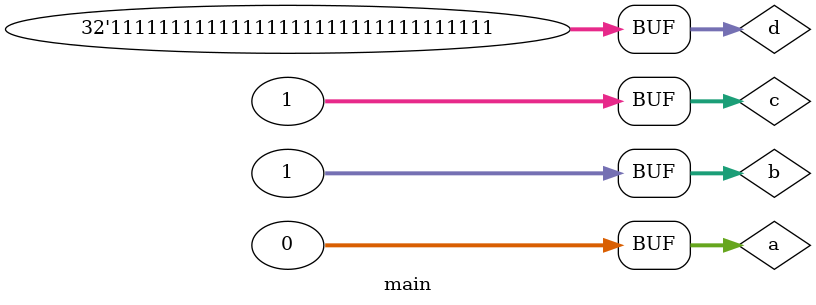
<source format=sv>
module main;

  int a, b, c, d;

  // implicit casting as part of an assignment
  initial begin
    a = 0.0;
    assert(a == 0);
    b = 1.0;
    assert(b == 1);
    c = 0.5;
    assert(c == 1);
    d = -0.5;
    assert(d == -1);
  end

endmodule

</source>
